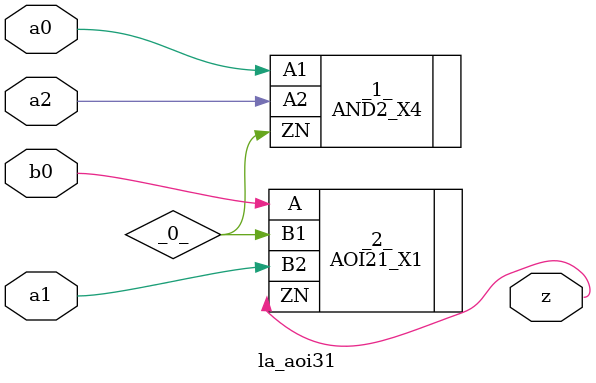
<source format=v>
/* Generated by Yosys 0.37 (git sha1 a5c7f69ed, clang 14.0.0-1ubuntu1.1 -fPIC -Os) */

module la_aoi31(a0, a1, a2, b0, z);
  wire _0_;
  input a0;
  wire a0;
  input a1;
  wire a1;
  input a2;
  wire a2;
  input b0;
  wire b0;
  output z;
  wire z;
  AND2_X4 _1_ (
    .A1(a0),
    .A2(a2),
    .ZN(_0_)
  );
  AOI21_X1 _2_ (
    .A(b0),
    .B1(_0_),
    .B2(a1),
    .ZN(z)
  );
endmodule

</source>
